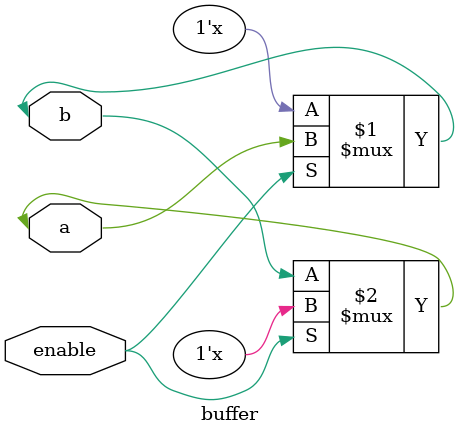
<source format=v>
/*module buffer(input enb, inout a,b);
wire tempa,tempb;
assign tempa = enb ? b : 1'bz;
assign tempb = enb ? 1'bz : a;
assign a = tempa;
assign b = tempb;
endmodule */

module buffer(inout a,b, input enable);
bufif1(b,a,enable);
bufif0(a,b,enable);
endmodule
</source>
